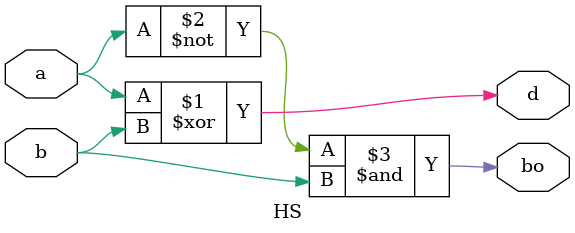
<source format=v>
module HS(a,b,d,bo);
input a,b;
output d,bo;

xor g1(d,a,b);
and g2(bo,~a,b);
endmodule

</source>
